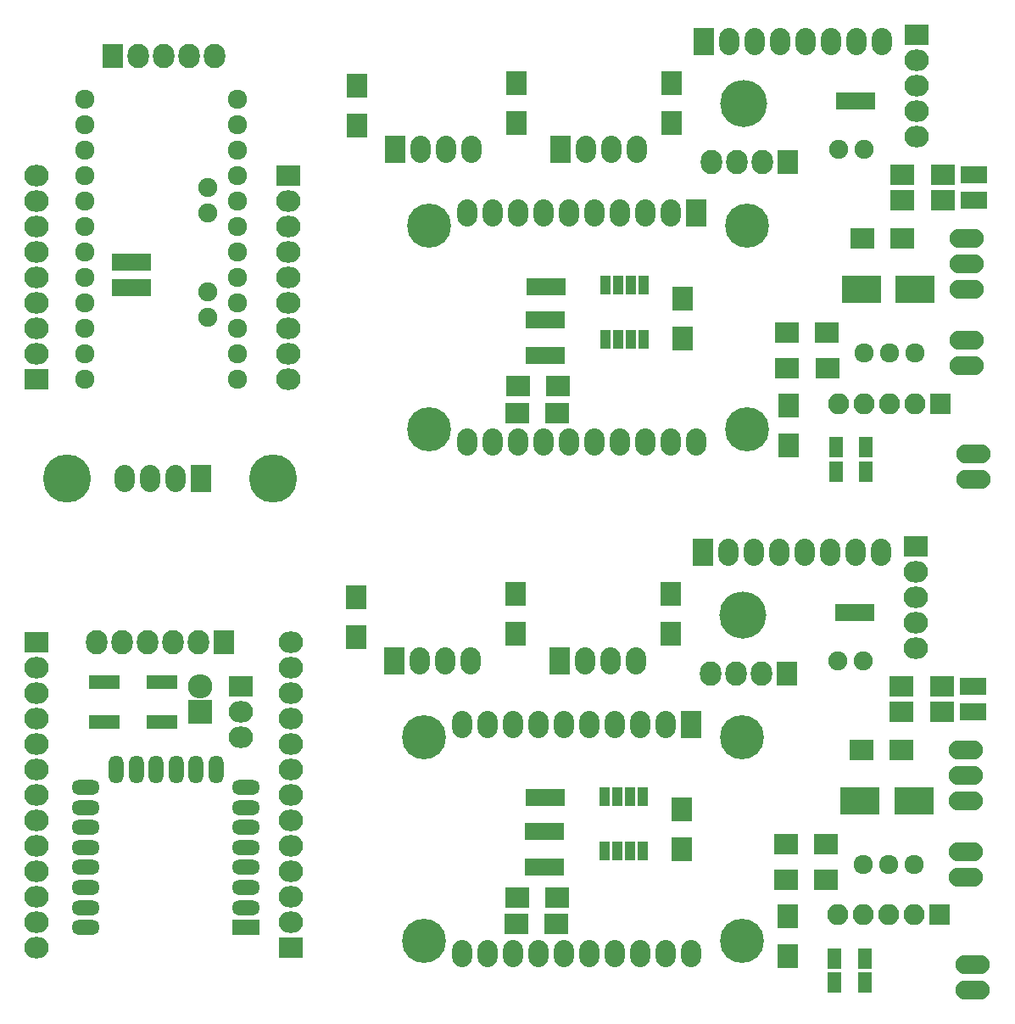
<source format=gbr>
G04 #@! TF.FileFunction,Soldermask,Top*
%FSLAX46Y46*%
G04 Gerber Fmt 4.6, Leading zero omitted, Abs format (unit mm)*
G04 Created by KiCad (PCBNEW 4.0.3-stable) date 07/17/17 20:12:38*
%MOMM*%
%LPD*%
G01*
G04 APERTURE LIST*
%ADD10C,0.100000*%
%ADD11R,2.000000X2.700000*%
%ADD12O,2.000000X2.700000*%
%ADD13C,4.800000*%
%ADD14R,2.432000X2.127200*%
%ADD15O,2.432000X2.127200*%
%ADD16R,2.127200X2.432000*%
%ADD17O,2.127200X2.432000*%
%ADD18O,1.500000X2.800000*%
%ADD19R,2.800000X1.500000*%
%ADD20O,2.800000X1.500000*%
%ADD21R,2.432000X2.432000*%
%ADD22O,2.432000X2.432000*%
%ADD23R,3.150000X1.400000*%
%ADD24C,1.924000*%
%ADD25C,1.900000*%
%ADD26R,1.365200X1.670000*%
%ADD27C,4.400000*%
%ADD28C,4.700000*%
%ADD29R,2.400000X2.100000*%
%ADD30R,2.400000X2.000000*%
%ADD31R,2.000000X2.400000*%
%ADD32R,3.900120X2.701240*%
%ADD33O,3.414980X1.906220*%
%ADD34R,1.000000X1.950000*%
%ADD35C,1.901140*%
%ADD36R,2.100000X2.400000*%
%ADD37O,3.410000X1.910000*%
%ADD38R,1.400000X2.000000*%
%ADD39R,2.100000X2.100000*%
%ADD40O,2.100000X2.100000*%
G04 APERTURE END LIST*
D10*
D11*
X87530000Y-114650000D03*
D12*
X90070000Y-114650000D03*
X92610000Y-114650000D03*
X95150000Y-114650000D03*
D13*
X75438000Y-96520000D03*
D12*
X60588000Y-96520000D03*
D13*
X54838000Y-96520000D03*
D12*
X63128000Y-96520000D03*
X65668000Y-96520000D03*
D11*
X68208000Y-96520000D03*
D14*
X51810100Y-112824200D03*
D15*
X51810100Y-115364200D03*
X51810100Y-117904200D03*
X51810100Y-120444200D03*
X51810100Y-122984200D03*
X51810100Y-125524200D03*
X51810100Y-128064200D03*
X51810100Y-130604200D03*
X51810100Y-133144200D03*
X51810100Y-135684200D03*
X51810100Y-138224200D03*
X51810100Y-140764200D03*
X51810100Y-143304200D03*
D16*
X70506100Y-112865200D03*
D17*
X67966100Y-112865200D03*
X65426100Y-112865200D03*
X62886100Y-112865200D03*
X60346100Y-112865200D03*
X57806100Y-112865200D03*
D14*
X72206100Y-117265200D03*
D15*
X72206100Y-119805200D03*
X72206100Y-122345200D03*
D18*
X69773100Y-125553200D03*
X67773100Y-125553200D03*
X65773100Y-125553200D03*
X63773100Y-125553200D03*
X61773100Y-125553200D03*
X59773100Y-125553200D03*
D19*
X72763100Y-141303200D03*
D20*
X72763100Y-139303200D03*
X72763100Y-137303200D03*
X72763100Y-135303200D03*
X72763100Y-133303200D03*
X72763100Y-131303200D03*
X72763100Y-129303200D03*
X72763100Y-127303200D03*
X56763100Y-127303200D03*
X56763100Y-129303200D03*
X56763100Y-131303200D03*
X56763100Y-133303200D03*
X56763100Y-135303200D03*
X56763100Y-137303200D03*
X56763100Y-139303200D03*
X56763100Y-141303200D03*
D21*
X68193100Y-119809200D03*
D22*
X68193100Y-117269200D03*
D14*
X77210100Y-143304200D03*
D15*
X77210100Y-140764200D03*
X77210100Y-138224200D03*
X77210100Y-135684200D03*
X77210100Y-133144200D03*
X77210100Y-130604200D03*
X77210100Y-128064200D03*
X77210100Y-125524200D03*
X77210100Y-122984200D03*
X77210100Y-120444200D03*
X77210100Y-117904200D03*
X77210100Y-115364200D03*
X77210100Y-112824200D03*
D23*
X64319600Y-116799800D03*
X58569600Y-116799800D03*
X58569600Y-120799800D03*
X64319600Y-120799800D03*
D16*
X59436000Y-54356000D03*
D17*
X61976000Y-54356000D03*
X64516000Y-54356000D03*
X67056000Y-54356000D03*
X69596000Y-54356000D03*
D24*
X56642000Y-58674000D03*
X56642000Y-61214000D03*
X56642000Y-63754000D03*
X56642000Y-66294000D03*
X56642000Y-68834000D03*
X56642000Y-71374000D03*
X56642000Y-73914000D03*
X56642000Y-76454000D03*
X56642000Y-78994000D03*
X56642000Y-81534000D03*
X56642000Y-84074000D03*
X56642000Y-86614000D03*
X71882000Y-58674000D03*
X71882000Y-61214000D03*
X71882000Y-63754000D03*
X71882000Y-66294000D03*
X71882000Y-68834000D03*
X71882000Y-71374000D03*
X71882000Y-73914000D03*
X71882000Y-76454000D03*
X71882000Y-78994000D03*
X71882000Y-81534000D03*
X71882000Y-84074000D03*
X71882000Y-86614000D03*
D25*
X68961000Y-67437000D03*
X68961000Y-69977000D03*
X68961000Y-77851000D03*
X68961000Y-80391000D03*
D14*
X51816000Y-86614000D03*
D15*
X51816000Y-84074000D03*
X51816000Y-81534000D03*
X51816000Y-78994000D03*
X51816000Y-76454000D03*
X51816000Y-73914000D03*
X51816000Y-71374000D03*
X51816000Y-68834000D03*
X51816000Y-66294000D03*
D14*
X76962000Y-66294000D03*
D15*
X76962000Y-68834000D03*
X76962000Y-71374000D03*
X76962000Y-73914000D03*
X76962000Y-76454000D03*
X76962000Y-78994000D03*
X76962000Y-81534000D03*
X76962000Y-84074000D03*
X76962000Y-86614000D03*
D26*
X60071000Y-77470000D03*
X61341000Y-77470000D03*
X62611000Y-77470000D03*
X60071000Y-74930000D03*
X61341000Y-74930000D03*
X62611000Y-74930000D03*
D27*
X91043000Y-71270000D03*
X91043000Y-91590000D03*
X122793000Y-91590000D03*
D11*
X117713000Y-70000000D03*
D12*
X115173000Y-70000000D03*
X112633000Y-70000000D03*
X110093000Y-70000000D03*
X107553000Y-70000000D03*
X105013000Y-70000000D03*
X102473000Y-70000000D03*
X99933000Y-70000000D03*
X97393000Y-70000000D03*
X94853000Y-70000000D03*
X117713000Y-92860000D03*
X115173000Y-92860000D03*
X112633000Y-92860000D03*
X110093000Y-92860000D03*
X107553000Y-92860000D03*
X105013000Y-92860000D03*
X102473000Y-92860000D03*
X99933000Y-92860000D03*
X97393000Y-92860000D03*
X94853000Y-92860000D03*
D27*
X122793000Y-71270000D03*
D28*
X122428000Y-59078000D03*
D11*
X104140000Y-63650000D03*
D12*
X106680000Y-63650000D03*
X109220000Y-63650000D03*
X111760000Y-63650000D03*
D29*
X142303000Y-68730000D03*
X138303000Y-68730000D03*
D30*
X126778000Y-85494000D03*
X130778000Y-85494000D03*
D31*
X83820000Y-61300000D03*
X83820000Y-57300000D03*
X99733000Y-61020000D03*
X99733000Y-57020000D03*
X116335454Y-78524756D03*
X116335454Y-82524756D03*
X115233000Y-57020000D03*
X115233000Y-61020000D03*
D30*
X138303000Y-72540000D03*
X134303000Y-72540000D03*
D32*
X139573000Y-77620000D03*
X134172960Y-77620000D03*
D33*
X144733000Y-85240000D03*
X144733000Y-82700000D03*
D24*
X137007600Y-83970000D03*
X134467600Y-83970000D03*
X139547600Y-83970000D03*
D29*
X126746000Y-81938000D03*
X130746000Y-81938000D03*
X138303000Y-66190000D03*
X142303000Y-66190000D03*
D34*
X108630454Y-82624756D03*
X109900454Y-82624756D03*
X111170454Y-82624756D03*
X112440454Y-82624756D03*
X112440454Y-77224756D03*
X111170454Y-77224756D03*
X109900454Y-77224756D03*
X108630454Y-77224756D03*
D11*
X87630000Y-63650000D03*
D12*
X90170000Y-63650000D03*
X92710000Y-63650000D03*
X95250000Y-63650000D03*
D33*
X144733000Y-77620000D03*
X144733000Y-75080000D03*
X144733000Y-72540000D03*
D16*
X126873000Y-64920000D03*
D17*
X124333000Y-64920000D03*
X121793000Y-64920000D03*
X119253000Y-64920000D03*
D35*
X131953000Y-63650000D03*
X134493000Y-63650000D03*
D36*
X126898400Y-89164800D03*
X126898400Y-93164800D03*
D26*
X146050000Y-68730000D03*
X144780000Y-68730000D03*
D14*
X139733000Y-52220000D03*
D15*
X139733000Y-54760000D03*
X139733000Y-57300000D03*
X139733000Y-59840000D03*
X139733000Y-62380000D03*
D26*
X134874000Y-58824000D03*
X133604000Y-58824000D03*
X132334000Y-58824000D03*
X101465454Y-77324756D03*
X102735454Y-77324756D03*
X104005454Y-77324756D03*
X101346000Y-80668000D03*
X102616000Y-80668000D03*
X103886000Y-80668000D03*
X101346000Y-84224000D03*
X102616000Y-84224000D03*
X103886000Y-84224000D03*
X144780000Y-66190000D03*
X146050000Y-66190000D03*
D11*
X118433000Y-52855000D03*
D12*
X120973000Y-52855000D03*
X123513000Y-52855000D03*
X126053000Y-52855000D03*
X128593000Y-52855000D03*
X131133000Y-52855000D03*
X133673000Y-52855000D03*
X136213000Y-52855000D03*
D37*
X145415000Y-96540000D03*
X145415000Y-94000000D03*
D38*
X134620000Y-95781000D03*
X131620000Y-95781000D03*
X134620000Y-93368000D03*
X131620000Y-93368000D03*
D29*
X99822500Y-89939000D03*
X103822500Y-89939000D03*
X99886000Y-87272000D03*
X103886000Y-87272000D03*
D39*
X142080000Y-89000000D03*
D40*
X139540000Y-89000000D03*
X137000000Y-89000000D03*
X134460000Y-89000000D03*
X131920000Y-89000000D03*
D27*
X90543000Y-122270000D03*
X90543000Y-142590000D03*
X122293000Y-142590000D03*
D11*
X117213000Y-121000000D03*
D12*
X114673000Y-121000000D03*
X112133000Y-121000000D03*
X109593000Y-121000000D03*
X107053000Y-121000000D03*
X104513000Y-121000000D03*
X101973000Y-121000000D03*
X99433000Y-121000000D03*
X96893000Y-121000000D03*
X94353000Y-121000000D03*
X117213000Y-143860000D03*
X114673000Y-143860000D03*
X112133000Y-143860000D03*
X109593000Y-143860000D03*
X107053000Y-143860000D03*
X104513000Y-143860000D03*
X101973000Y-143860000D03*
X99433000Y-143860000D03*
X96893000Y-143860000D03*
X94353000Y-143860000D03*
D27*
X122293000Y-122270000D03*
D28*
X122328000Y-110078000D03*
D11*
X104040000Y-114650000D03*
D12*
X106580000Y-114650000D03*
X109120000Y-114650000D03*
X111660000Y-114650000D03*
D29*
X142203000Y-119730000D03*
X138203000Y-119730000D03*
D30*
X126678000Y-136494000D03*
X130678000Y-136494000D03*
D31*
X83720000Y-112300000D03*
X83720000Y-108300000D03*
X99633000Y-112020000D03*
X99633000Y-108020000D03*
X116235454Y-129524756D03*
X116235454Y-133524756D03*
X115133000Y-108020000D03*
X115133000Y-112020000D03*
D30*
X138203000Y-123540000D03*
X134203000Y-123540000D03*
D32*
X139473000Y-128620000D03*
X134072960Y-128620000D03*
D33*
X144633000Y-136240000D03*
X144633000Y-133700000D03*
D24*
X136907600Y-134970000D03*
X134367600Y-134970000D03*
X139447600Y-134970000D03*
D29*
X126646000Y-132938000D03*
X130646000Y-132938000D03*
X138203000Y-117190000D03*
X142203000Y-117190000D03*
D34*
X108530454Y-133624756D03*
X109800454Y-133624756D03*
X111070454Y-133624756D03*
X112340454Y-133624756D03*
X112340454Y-128224756D03*
X111070454Y-128224756D03*
X109800454Y-128224756D03*
X108530454Y-128224756D03*
D33*
X144633000Y-128620000D03*
X144633000Y-126080000D03*
X144633000Y-123540000D03*
D16*
X126773000Y-115920000D03*
D17*
X124233000Y-115920000D03*
X121693000Y-115920000D03*
X119153000Y-115920000D03*
D35*
X131853000Y-114650000D03*
X134393000Y-114650000D03*
D36*
X126798400Y-140164800D03*
X126798400Y-144164800D03*
D26*
X145950000Y-119730000D03*
X144680000Y-119730000D03*
D14*
X139633000Y-103220000D03*
D15*
X139633000Y-105760000D03*
X139633000Y-108300000D03*
X139633000Y-110840000D03*
X139633000Y-113380000D03*
D26*
X134774000Y-109824000D03*
X133504000Y-109824000D03*
X132234000Y-109824000D03*
X101365454Y-128324756D03*
X102635454Y-128324756D03*
X103905454Y-128324756D03*
X101246000Y-131668000D03*
X102516000Y-131668000D03*
X103786000Y-131668000D03*
X101246000Y-135224000D03*
X102516000Y-135224000D03*
X103786000Y-135224000D03*
X144680000Y-117190000D03*
X145950000Y-117190000D03*
D11*
X118333000Y-103855000D03*
D12*
X120873000Y-103855000D03*
X123413000Y-103855000D03*
X125953000Y-103855000D03*
X128493000Y-103855000D03*
X131033000Y-103855000D03*
X133573000Y-103855000D03*
X136113000Y-103855000D03*
D37*
X145315000Y-147540000D03*
X145315000Y-145000000D03*
D38*
X134520000Y-146781000D03*
X131520000Y-146781000D03*
X134520000Y-144368000D03*
X131520000Y-144368000D03*
D29*
X99722500Y-140939000D03*
X103722500Y-140939000D03*
X99786000Y-138272000D03*
X103786000Y-138272000D03*
D39*
X141980000Y-140000000D03*
D40*
X139440000Y-140000000D03*
X136900000Y-140000000D03*
X134360000Y-140000000D03*
X131820000Y-140000000D03*
M02*

</source>
